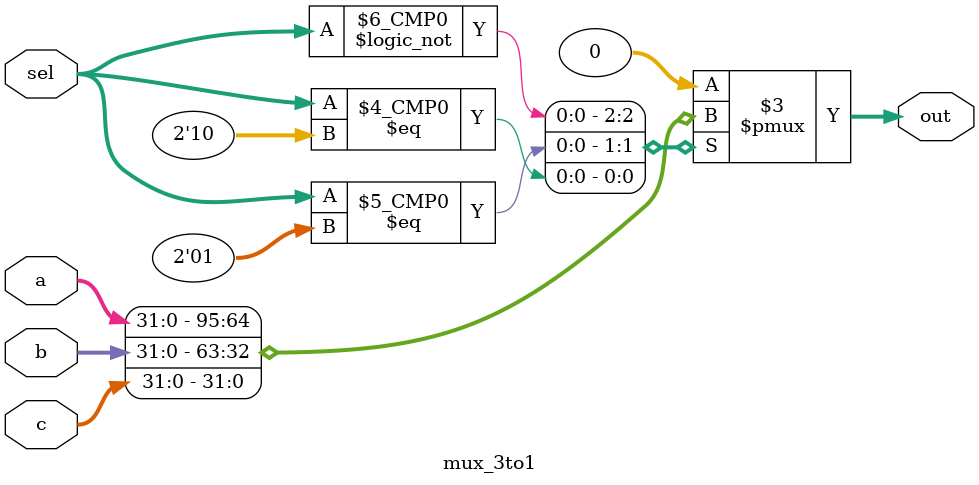
<source format=v>
module mux_3to1 ( input wire [31:0] a,                 
                  input wire [31:0] b,
						input wire [31:0] c,
                  input wire [1:0] sel,               
                  output reg [31:0] out);         

   always @ (a or b or sel) begin
      case (sel)
         2'b00 : out <= a;
         2'b01 : out <= b;
			2'b10 : out <= c;
			default: out <= 0;
      endcase
   end
endmodule
</source>
